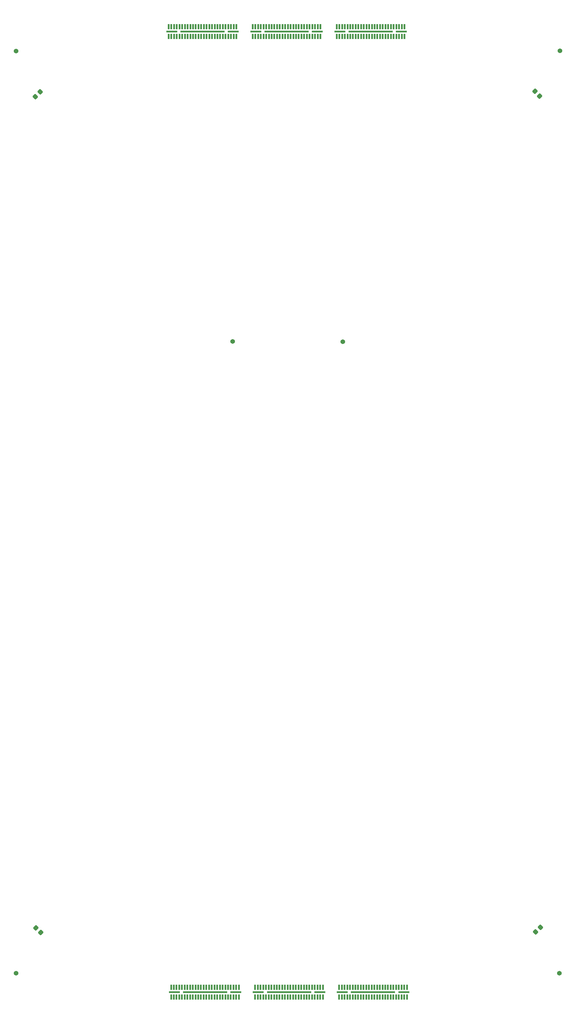
<source format=gbr>
%TF.GenerationSoftware,KiCad,Pcbnew,7.0.2*%
%TF.CreationDate,2023-05-22T19:30:06+02:00*%
%TF.ProjectId,Board2 - Housing and Samtech,426f6172-6432-4202-9d20-486f7573696e,rev?*%
%TF.SameCoordinates,Original*%
%TF.FileFunction,Paste,Bot*%
%TF.FilePolarity,Positive*%
%FSLAX46Y46*%
G04 Gerber Fmt 4.6, Leading zero omitted, Abs format (unit mm)*
G04 Created by KiCad (PCBNEW 7.0.2) date 2023-05-22 19:30:06*
%MOMM*%
%LPD*%
G01*
G04 APERTURE LIST*
G04 Aperture macros list*
%AMRoundRect*
0 Rectangle with rounded corners*
0 $1 Rounding radius*
0 $2 $3 $4 $5 $6 $7 $8 $9 X,Y pos of 4 corners*
0 Add a 4 corners polygon primitive as box body*
4,1,4,$2,$3,$4,$5,$6,$7,$8,$9,$2,$3,0*
0 Add four circle primitives for the rounded corners*
1,1,$1+$1,$2,$3*
1,1,$1+$1,$4,$5*
1,1,$1+$1,$6,$7*
1,1,$1+$1,$8,$9*
0 Add four rect primitives between the rounded corners*
20,1,$1+$1,$2,$3,$4,$5,0*
20,1,$1+$1,$4,$5,$6,$7,0*
20,1,$1+$1,$6,$7,$8,$9,0*
20,1,$1+$1,$8,$9,$2,$3,0*%
G04 Aperture macros list end*
%ADD10C,1.371600*%
%ADD11RoundRect,0.250000X-0.070711X0.565685X-0.565685X0.070711X0.070711X-0.565685X0.565685X-0.070711X0*%
%ADD12RoundRect,0.250000X-0.565685X-0.070711X-0.070711X-0.565685X0.565685X0.070711X0.070711X0.565685X0*%
%ADD13RoundRect,0.250000X0.070711X-0.565685X0.565685X-0.070711X-0.070711X0.565685X-0.565685X0.070711X0*%
%ADD14R,0.500000X1.500000*%
%ADD15R,3.280000X0.510000*%
%ADD16R,13.150000X0.510000*%
%ADD17RoundRect,0.250000X0.565685X0.070711X0.070711X0.565685X-0.565685X-0.070711X-0.070711X-0.565685X0*%
G04 APERTURE END LIST*
D10*
%TO.C,REF\u002A\u002A*%
X205950000Y-346460000D03*
%TD*%
D11*
%TO.C,R2*%
X360702558Y-332879100D03*
X359288344Y-334293314D03*
%TD*%
D10*
%TO.C,REF\u002A\u002A*%
X366520000Y-74270000D03*
%TD*%
%TO.C,REF\u002A\u002A*%
X302420000Y-160080000D03*
%TD*%
D12*
%TO.C,R1*%
X211815451Y-333051993D03*
X213229665Y-334466207D03*
%TD*%
D13*
%TO.C,R3*%
X211620000Y-87780000D03*
X213034214Y-86365786D03*
%TD*%
D10*
%TO.C,REF\u002A\u002A*%
X269910000Y-160030000D03*
%TD*%
D14*
%TO.C,J1*%
X320591479Y-67155000D03*
X320591479Y-70005000D03*
X319791479Y-67155000D03*
X319791479Y-70005000D03*
X318991479Y-67155000D03*
X318991479Y-70005000D03*
X318191479Y-67155000D03*
X318191479Y-70005000D03*
X317391479Y-67155000D03*
X317391479Y-70005000D03*
X316591479Y-67155000D03*
X316591479Y-70005000D03*
X315791479Y-67155000D03*
X315791479Y-70005000D03*
X314991479Y-67155000D03*
X314991479Y-70005000D03*
X314191479Y-67155000D03*
X314191479Y-70005000D03*
X313391479Y-67155000D03*
X313391479Y-70005000D03*
X312591479Y-67155000D03*
X312591479Y-70005000D03*
X311791479Y-67155000D03*
X311791479Y-70005000D03*
X310991479Y-67155000D03*
X310991479Y-70005000D03*
X310191479Y-67155000D03*
X310191479Y-70005000D03*
X309391479Y-67155000D03*
X309391479Y-70005000D03*
X308591479Y-67155000D03*
X308591479Y-70005000D03*
X307791479Y-67155000D03*
X307791479Y-70005000D03*
X306991479Y-67155000D03*
X306991479Y-70005000D03*
X306191479Y-67155000D03*
X306191479Y-70005000D03*
X305391479Y-67155000D03*
X305391479Y-70005000D03*
X304591479Y-67155000D03*
X304591479Y-70005000D03*
X303791479Y-67155000D03*
X303791479Y-70005000D03*
X302991479Y-67155000D03*
X302991479Y-70005000D03*
X302191479Y-67155000D03*
X302191479Y-70005000D03*
X301391479Y-67155000D03*
X301391479Y-70005000D03*
X300591479Y-67155000D03*
X300591479Y-70005000D03*
X295791479Y-67155000D03*
X295791479Y-70005000D03*
X294991479Y-67155000D03*
X294991479Y-70005000D03*
X294191479Y-67155000D03*
X294191479Y-70005000D03*
X293391479Y-67155000D03*
X293391479Y-70005000D03*
X292591479Y-67155000D03*
X292591479Y-70005000D03*
X291791479Y-67155000D03*
X291791479Y-70005000D03*
X290991479Y-67155000D03*
X290991479Y-70005000D03*
X290191479Y-67155000D03*
X290191479Y-70005000D03*
X289391479Y-67155000D03*
X289391479Y-70005000D03*
X288591479Y-67155000D03*
X288591479Y-70005000D03*
X287791479Y-67155000D03*
X287791479Y-70005000D03*
X286991479Y-67155000D03*
X286991479Y-70005000D03*
X286191479Y-67155000D03*
X286191479Y-70005000D03*
X285391479Y-67155000D03*
X285391479Y-70005000D03*
X284591479Y-67155000D03*
X284591479Y-70005000D03*
X283791479Y-67155000D03*
X283791479Y-70005000D03*
X282991479Y-67155000D03*
X282991479Y-70005000D03*
X282191479Y-67155000D03*
X282191479Y-70005000D03*
X281391479Y-67155000D03*
X281391479Y-70005000D03*
X280591479Y-67155000D03*
X280591479Y-70005000D03*
X279791479Y-67155000D03*
X279791479Y-70005000D03*
X278991479Y-67155000D03*
X278991479Y-70005000D03*
X278191479Y-67155000D03*
X278191479Y-70005000D03*
X277391479Y-67155000D03*
X277391479Y-70005000D03*
X276591479Y-67155000D03*
X276591479Y-70005000D03*
X275791479Y-67155000D03*
X275791479Y-70005000D03*
X270991479Y-67155000D03*
X270991479Y-70005000D03*
X270191479Y-67155000D03*
X270191479Y-70005000D03*
X269391479Y-67155000D03*
X269391479Y-70005000D03*
X268591479Y-67155000D03*
X268591479Y-70005000D03*
X267791479Y-67155000D03*
X267791479Y-70005000D03*
X266991479Y-67155000D03*
X266991479Y-70005000D03*
X266191479Y-67155000D03*
X266191479Y-70005000D03*
X265391479Y-67155000D03*
X265391479Y-70005000D03*
X264591479Y-67155000D03*
X264591479Y-70005000D03*
X263791479Y-67155000D03*
X263791479Y-70005000D03*
X262991479Y-67155000D03*
X262991479Y-70005000D03*
X262191479Y-67155000D03*
X262191479Y-70005000D03*
X261391479Y-67155000D03*
X261391479Y-70005000D03*
X260591479Y-67155000D03*
X260591479Y-70005000D03*
X259791479Y-67155000D03*
X259791479Y-70005000D03*
X258991479Y-67155000D03*
X258991479Y-70005000D03*
X258191479Y-67155000D03*
X258191479Y-70005000D03*
X257391479Y-67155000D03*
X257391479Y-70005000D03*
X256591479Y-67155000D03*
X256591479Y-70005000D03*
X255791479Y-67155000D03*
X255791479Y-70005000D03*
X254991479Y-67155000D03*
X254991479Y-70005000D03*
X254191479Y-67155000D03*
X254191479Y-70005000D03*
X253391479Y-67155000D03*
X253391479Y-70005000D03*
X252591479Y-67155000D03*
X252591479Y-70005000D03*
X251791479Y-67155000D03*
X251791479Y-70005000D03*
X250991479Y-67155000D03*
X250991479Y-70005000D03*
D15*
X319656479Y-68580000D03*
D16*
X310591479Y-68580000D03*
D15*
X301526479Y-68580000D03*
X294856479Y-68580000D03*
D16*
X285791479Y-68580000D03*
D15*
X276726479Y-68580000D03*
X270056479Y-68580000D03*
D16*
X260991479Y-68580000D03*
D15*
X251926479Y-68580000D03*
%TD*%
D10*
%TO.C,REF\u002A\u002A*%
X205980000Y-74300000D03*
%TD*%
D14*
%TO.C,J2*%
X251721321Y-353494400D03*
X251721321Y-350644400D03*
X252521321Y-353494400D03*
X252521321Y-350644400D03*
X253321321Y-353494400D03*
X253321321Y-350644400D03*
X254121321Y-353494400D03*
X254121321Y-350644400D03*
X254921321Y-353494400D03*
X254921321Y-350644400D03*
X255721321Y-353494400D03*
X255721321Y-350644400D03*
X256521321Y-353494400D03*
X256521321Y-350644400D03*
X257321321Y-353494400D03*
X257321321Y-350644400D03*
X258121321Y-353494400D03*
X258121321Y-350644400D03*
X258921321Y-353494400D03*
X258921321Y-350644400D03*
X259721321Y-353494400D03*
X259721321Y-350644400D03*
X260521321Y-353494400D03*
X260521321Y-350644400D03*
X261321321Y-353494400D03*
X261321321Y-350644400D03*
X262121321Y-353494400D03*
X262121321Y-350644400D03*
X262921321Y-353494400D03*
X262921321Y-350644400D03*
X263721321Y-353494400D03*
X263721321Y-350644400D03*
X264521321Y-353494400D03*
X264521321Y-350644400D03*
X265321321Y-353494400D03*
X265321321Y-350644400D03*
X266121321Y-353494400D03*
X266121321Y-350644400D03*
X266921321Y-353494400D03*
X266921321Y-350644400D03*
X267721321Y-353494400D03*
X267721321Y-350644400D03*
X268521321Y-353494400D03*
X268521321Y-350644400D03*
X269321321Y-353494400D03*
X269321321Y-350644400D03*
X270121321Y-353494400D03*
X270121321Y-350644400D03*
X270921321Y-353494400D03*
X270921321Y-350644400D03*
X271721321Y-353494400D03*
X271721321Y-350644400D03*
X276521321Y-353494400D03*
X276521321Y-350644400D03*
X277321321Y-353494400D03*
X277321321Y-350644400D03*
X278121321Y-353494400D03*
X278121321Y-350644400D03*
X278921321Y-353494400D03*
X278921321Y-350644400D03*
X279721321Y-353494400D03*
X279721321Y-350644400D03*
X280521321Y-353494400D03*
X280521321Y-350644400D03*
X281321321Y-353494400D03*
X281321321Y-350644400D03*
X282121321Y-353494400D03*
X282121321Y-350644400D03*
X282921321Y-353494400D03*
X282921321Y-350644400D03*
X283721321Y-353494400D03*
X283721321Y-350644400D03*
X284521321Y-353494400D03*
X284521321Y-350644400D03*
X285321321Y-353494400D03*
X285321321Y-350644400D03*
X286121321Y-353494400D03*
X286121321Y-350644400D03*
X286921321Y-353494400D03*
X286921321Y-350644400D03*
X287721321Y-353494400D03*
X287721321Y-350644400D03*
X288521321Y-353494400D03*
X288521321Y-350644400D03*
X289321321Y-353494400D03*
X289321321Y-350644400D03*
X290121321Y-353494400D03*
X290121321Y-350644400D03*
X290921321Y-353494400D03*
X290921321Y-350644400D03*
X291721321Y-353494400D03*
X291721321Y-350644400D03*
X292521321Y-353494400D03*
X292521321Y-350644400D03*
X293321321Y-353494400D03*
X293321321Y-350644400D03*
X294121321Y-353494400D03*
X294121321Y-350644400D03*
X294921321Y-353494400D03*
X294921321Y-350644400D03*
X295721321Y-353494400D03*
X295721321Y-350644400D03*
X296521321Y-353494400D03*
X296521321Y-350644400D03*
X301321321Y-353494400D03*
X301321321Y-350644400D03*
X302121321Y-353494400D03*
X302121321Y-350644400D03*
X302921321Y-353494400D03*
X302921321Y-350644400D03*
X303721321Y-353494400D03*
X303721321Y-350644400D03*
X304521321Y-353494400D03*
X304521321Y-350644400D03*
X305321321Y-353494400D03*
X305321321Y-350644400D03*
X306121321Y-353494400D03*
X306121321Y-350644400D03*
X306921321Y-353494400D03*
X306921321Y-350644400D03*
X307721321Y-353494400D03*
X307721321Y-350644400D03*
X308521321Y-353494400D03*
X308521321Y-350644400D03*
X309321321Y-353494400D03*
X309321321Y-350644400D03*
X310121321Y-353494400D03*
X310121321Y-350644400D03*
X310921321Y-353494400D03*
X310921321Y-350644400D03*
X311721321Y-353494400D03*
X311721321Y-350644400D03*
X312521321Y-353494400D03*
X312521321Y-350644400D03*
X313321321Y-353494400D03*
X313321321Y-350644400D03*
X314121321Y-353494400D03*
X314121321Y-350644400D03*
X314921321Y-353494400D03*
X314921321Y-350644400D03*
X315721321Y-353494400D03*
X315721321Y-350644400D03*
X316521321Y-353494400D03*
X316521321Y-350644400D03*
X317321321Y-353494400D03*
X317321321Y-350644400D03*
X318121321Y-353494400D03*
X318121321Y-350644400D03*
X318921321Y-353494400D03*
X318921321Y-350644400D03*
X319721321Y-353494400D03*
X319721321Y-350644400D03*
X320521321Y-353494400D03*
X320521321Y-350644400D03*
X321321321Y-353494400D03*
X321321321Y-350644400D03*
D15*
X252656321Y-352069400D03*
D16*
X261721321Y-352069400D03*
D15*
X270786321Y-352069400D03*
X277456321Y-352069400D03*
D16*
X286521321Y-352069400D03*
D15*
X295586321Y-352069400D03*
X302256321Y-352069400D03*
D16*
X311321321Y-352069400D03*
D15*
X320386321Y-352069400D03*
%TD*%
D10*
%TO.C,REF\u002A\u002A*%
X366310000Y-346490000D03*
%TD*%
D17*
%TO.C,R4*%
X360507107Y-87607107D03*
X359092893Y-86192893D03*
%TD*%
M02*

</source>
